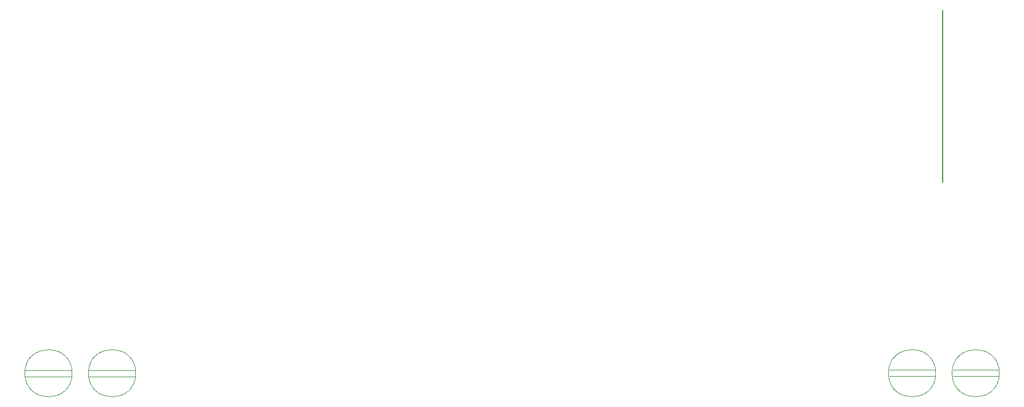
<source format=gbr>
G04 #@! TF.GenerationSoftware,KiCad,Pcbnew,(6.0.5)*
G04 #@! TF.CreationDate,2022-05-05T00:21:09-04:00*
G04 #@! TF.ProjectId,Teensy_16,5465656e-7379-45f3-9136-2e6b69636164,v1*
G04 #@! TF.SameCoordinates,Original*
G04 #@! TF.FileFunction,OtherDrawing,Comment*
%FSLAX45Y45*%
G04 Gerber Fmt 4.5, Leading zero omitted, Abs format (unit mm)*
G04 Created by KiCad (PCBNEW (6.0.5)) date 2022-05-05 00:21:09*
%MOMM*%
%LPD*%
G01*
G04 APERTURE LIST*
%ADD10C,0.150000*%
%ADD11C,0.120000*%
G04 APERTURE END LIST*
D10*
X20816700Y-11709980D02*
X20816700Y-9169980D01*
D11*
X8206700Y-14589980D02*
X8886700Y-14589980D01*
X7946700Y-14499980D02*
X7266700Y-14499980D01*
X7946700Y-14589980D02*
X7266700Y-14589980D01*
X8206700Y-14499980D02*
X8886700Y-14499980D01*
X7956700Y-14539980D02*
G75*
G03*
X7956700Y-14539980I-350000J0D01*
G01*
X8896843Y-14539980D02*
G75*
G03*
X8896843Y-14539980I-350143J0D01*
G01*
X20706700Y-14579980D02*
X20026700Y-14579980D01*
X20966700Y-14489980D02*
X21646700Y-14489980D01*
X20966700Y-14579980D02*
X21646700Y-14579980D01*
X20706700Y-14489980D02*
X20026700Y-14489980D01*
X21656700Y-14539980D02*
G75*
G03*
X21656700Y-14539980I-350000J0D01*
G01*
X20716843Y-14539980D02*
G75*
G03*
X20716843Y-14539980I-350143J0D01*
G01*
M02*

</source>
